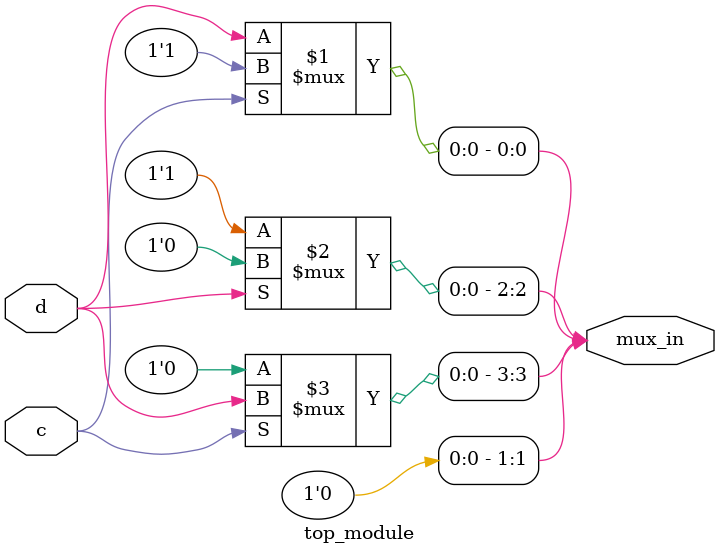
<source format=v>
module top_module (
    input c,
    input d,
    output [3:0] mux_in
); 
    assign mux_in[0] = c ? 1'b1 : d;
    assign mux_in[1] = 1'b0;
    assign mux_in[2] = d ? 1'b0 : 1'b1;
    assign mux_in[3] = c ? d : 1'b0;
endmodule
</source>
